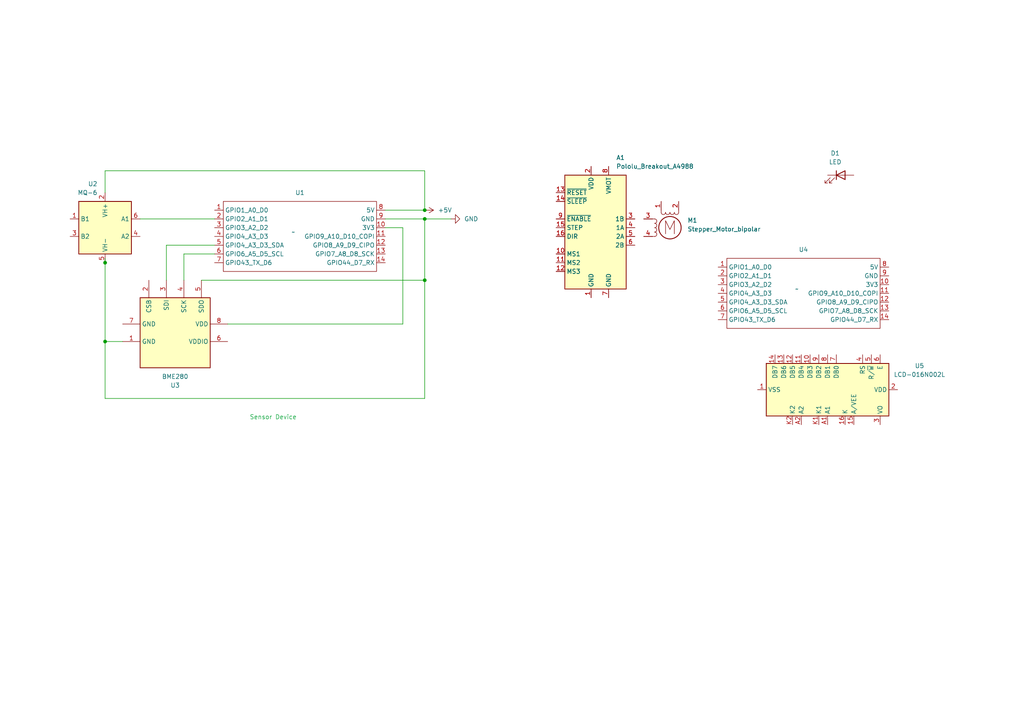
<source format=kicad_sch>
(kicad_sch (version 20230121) (generator eeschema)
  (paper "A4")
  (lib_symbols
    (symbol "Device:LED" (pin_numbers hide) (pin_names (offset 1.016) hide)
      (property "Reference" "D" (at 0 2.54 0))
      (property "Value" "LED" (at 0 -2.54 0))
      (symbol "LED_0_1"
        (polyline (pts (xy -1.27 -1.27) (xy -1.27 1.27)) (stroke (width 0.254)))
        (polyline (pts (xy -1.27 0) (xy 1.27 0)))
        (polyline (pts (xy 1.27 -1.27) (xy 1.27 1.27) (xy -1.27 0) (xy 1.27 -1.27)) (stroke (width 0.254)))
        (polyline (pts (xy -3.048 -0.762) (xy -4.572 -2.286) (xy -3.81 -2.286) (xy -4.572 -2.286) (xy -4.572 -1.524)))
        (polyline (pts (xy -1.778 -0.762) (xy -3.302 -2.286) (xy -2.54 -2.286) (xy -3.302 -2.286) (xy -3.302 -1.524)))
      )
      (symbol "LED_1_1"
        (pin passive line (at -3.81 0 0) (length 2.54) (name "K") (number "1"))
        (pin passive line (at 3.81 0 180) (length 2.54) (name "A") (number "2"))
      )
    )
    (symbol "Display_Character:LCD-016N002L"
      (property "Reference" "U" (at -6.35 18.796 0))
      (property "Value" "LCD-016N002L" (at 8.636 18.796 0))
      (symbol "LCD-016N002L_1_1"
        (rectangle (start -7.62 17.78) (end 7.62 -17.78) (stroke (width 0.254)) (fill (type background)))
        (pin power_in line (at 0 -20.32 90) (length 2.54) (name "VSS") (number "1"))
        (pin bidirectional line (at -10.16 -5.08 0) (length 2.54) (name "DB3") (number "10"))
        (pin bidirectional line (at -10.16 -7.62 0) (length 2.54) (name "DB4") (number "11"))
        (pin bidirectional line (at -10.16 -10.16 0) (length 2.54) (name "DB5") (number "12"))
        (pin bidirectional line (at -10.16 -12.7 0) (length 2.54) (name "DB6") (number "13"))
        (pin bidirectional line (at -10.16 -15.24 0) (length 2.54) (name "DB7") (number "14"))
        (pin power_in line (at 10.16 7.62 180) (length 2.54) (name "A/VEE") (number "15"))
        (pin power_in line (at 10.16 5.08 180) (length 2.54) (name "K") (number "16"))
        (pin power_in line (at 0 20.32 270) (length 2.54) (name "VDD") (number "2"))
        (pin input line (at 10.16 15.24 180) (length 2.54) (name "VO") (number "3"))
        (pin input line (at -10.16 10.16 0) (length 2.54) (name "RS") (number "4"))
        (pin input line (at -10.16 12.7 0) (length 2.54) (name "R/~{W}") (number "5"))
        (pin input line (at -10.16 15.24 0) (length 2.54) (name "E") (number "6"))
        (pin bidirectional line (at -10.16 2.54 0) (length 2.54) (name "DB0") (number "7"))
        (pin bidirectional line (at -10.16 0 0) (length 2.54) (name "DB1") (number "8"))
        (pin bidirectional line (at -10.16 -2.54 0) (length 2.54) (name "DB2") (number "9"))
        (pin power_in line (at 10.16 0 180) (length 2.54) (name "A1") (number "A1"))
        (pin power_in line (at 10.16 -7.62 180) (length 2.54) (name "A2") (number "A2"))
        (pin power_in line (at 10.16 -2.54 180) (length 2.54) (name "K1") (number "K1"))
        (pin power_in line (at 10.16 -10.16 180) (length 2.54) (name "K2") (number "K2"))
      )
    )
    (symbol "Driver_Motor:Pololu_Breakout_A4988"
      (property "Reference" "A" (at -2.54 19.05 0))
      (property "Value" "Pololu_Breakout_A4988" (at -2.54 16.51 0))
      (symbol "Pololu_Breakout_A4988_0_1"
        (rectangle (start 10.16 -17.78) (end -7.62 15.24) (stroke (width 0.254)) (fill (type background)))
      )
      (symbol "Pololu_Breakout_A4988_1_1"
        (pin power_in line (at 0 -20.32 90) (length 2.54) (name "GND") (number "1"))
        (pin input line (at -10.16 -7.62 0) (length 2.54) (name "MS1") (number "10"))
        (pin input line (at -10.16 -10.16 0) (length 2.54) (name "MS2") (number "11"))
        (pin input line (at -10.16 -12.7 0) (length 2.54) (name "MS3") (number "12"))
        (pin input line (at -10.16 10.16 0) (length 2.54) (name "~{RESET}") (number "13"))
        (pin input line (at -10.16 7.62 0) (length 2.54) (name "~{SLEEP}") (number "14"))
        (pin input line (at -10.16 0 0) (length 2.54) (name "STEP") (number "15"))
        (pin input line (at -10.16 -2.54 0) (length 2.54) (name "DIR") (number "16"))
        (pin power_in line (at 0 17.78 270) (length 2.54) (name "VDD") (number "2"))
        (pin output line (at 12.7 2.54 180) (length 2.54) (name "1B") (number "3"))
        (pin output line (at 12.7 0 180) (length 2.54) (name "1A") (number "4"))
        (pin output line (at 12.7 -2.54 180) (length 2.54) (name "2A") (number "5"))
        (pin output line (at 12.7 -5.08 180) (length 2.54) (name "2B") (number "6"))
        (pin power_in line (at 5.08 -20.32 90) (length 2.54) (name "GND") (number "7"))
        (pin power_in line (at 5.08 17.78 270) (length 2.54) (name "VMOT") (number "8"))
        (pin input line (at -10.16 2.54 0) (length 2.54) (name "~{ENABLE}") (number "9"))
      )
    )
    (symbol "MCU_XIAO_ESP32:XIAO_ESP32_SENSE"
      (property "Reference" "U" (at 0 0 0))
      (symbol "XIAO_ESP32_SENSE_0_1"
        (polyline (pts (xy -20.32 8.89) (xy -20.32 -11.43) (xy 24.13 -11.43) (xy 24.13 8.89) (xy -20.32 8.89)))
      )
      (symbol "XIAO_ESP32_SENSE_1_1"
        (pin bidirectional line (at -22.86 6.35 0) (length 2.54) (name "GPIO1_A0_D0") (number "1"))
        (pin bidirectional line (at 26.67 1.27 180) (length 2.54) (name "3V3") (number "10"))
        (pin bidirectional line (at 26.67 -1.27 180) (length 2.54) (name "GPIO9_A10_D10_COPI") (number "11"))
        (pin bidirectional line (at 26.67 -3.81 180) (length 2.54) (name "GPIO8_A9_D9_CIPO") (number "12"))
        (pin bidirectional line (at 26.67 -6.35 180) (length 2.54) (name "GPIO7_A8_D8_SCK") (number "13"))
        (pin bidirectional line (at 26.67 -8.89 180) (length 2.54) (name "GPIO44_D7_RX") (number "14"))
        (pin bidirectional line (at -22.86 3.81 0) (length 2.54) (name "GPIO2_A1_D1") (number "2"))
        (pin bidirectional line (at -22.86 1.27 0) (length 2.54) (name "GPIO3_A2_D2") (number "3"))
        (pin bidirectional line (at -22.86 -1.27 0) (length 2.54) (name "GPIO4_A3_D3") (number "4"))
        (pin bidirectional line (at -22.86 -3.81 0) (length 2.54) (name "GPIO4_A3_D3_SDA") (number "5"))
        (pin bidirectional line (at -22.86 -6.35 0) (length 2.54) (name "GPIO6_A5_D5_SCL") (number "6"))
        (pin bidirectional line (at -22.86 -8.89 0) (length 2.54) (name "GPIO43_TX_D6") (number "7"))
        (pin bidirectional line (at 26.67 6.35 180) (length 2.54) (name "5V") (number "8"))
        (pin bidirectional line (at 26.67 3.81 180) (length 2.54) (name "GND") (number "9"))
      )
    )
    (symbol "Motor:Stepper_Motor_bipolar" (pin_names (offset 0) hide)
      (property "Reference" "M" (at 3.81 2.54 0))
      (property "Value" "Stepper_Motor_bipolar" (at 3.81 1.27 0))
      (symbol "Stepper_Motor_bipolar_0_0"
        (polyline (pts (xy -1.27 -1.778) (xy -1.27 2.032) (xy 0 -0.508) (xy 1.27 2.032) (xy 1.27 -1.778)))
      )
      (symbol "Stepper_Motor_bipolar_0_1"
        (arc (start -4.445 -2.54) (mid -3.8127 -1.905) (end -4.445 -1.27))
        (arc (start -4.445 -1.27) (mid -3.8127 -0.635) (end -4.445 0))
        (arc (start -4.445 0) (mid -3.8127 0.635) (end -4.445 1.27))
        (arc (start -4.445 1.27) (mid -3.8127 1.905) (end -4.445 2.54))
        (arc (start -2.54 4.445) (mid -1.905 3.8127) (end -1.27 4.445))
        (arc (start -1.27 4.445) (mid -0.635 3.8127) (end 0 4.445))
        (polyline (pts (xy -5.08 -2.54) (xy -4.445 -2.54)))
        (polyline (pts (xy -5.08 2.54) (xy -4.445 2.54)))
        (polyline (pts (xy -2.54 5.08) (xy -2.54 4.445)))
        (polyline (pts (xy 2.54 5.08) (xy 2.54 4.445)))
        (circle (center 0 0) (radius 3.2512) (stroke (width 0.254)))
        (arc (start 0 4.445) (mid 0.635 3.8127) (end 1.27 4.445))
        (arc (start 1.27 4.445) (mid 1.905 3.8127) (end 2.54 4.445))
      )
      (symbol "Stepper_Motor_bipolar_1_1"
        (pin passive line (at -2.54 7.62 270) (length 2.54) (name "~") (number "1"))
        (pin passive line (at 2.54 7.62 270) (length 2.54) (name "-") (number "2"))
        (pin passive line (at -7.62 2.54 0) (length 2.54) (name "~") (number "3"))
        (pin passive line (at -7.62 -2.54 0) (length 2.54) (name "~") (number "4"))
      )
    )
    (symbol "Sensor:BME280"
      (property "Reference" "U" (at -8.89 11.43 0))
      (property "Value" "BME280" (at 7.62 11.43 0))
      (symbol "BME280_0_1"
        (rectangle (start -10.16 10.16) (end 10.16 -10.16) (stroke (width 0.254)) (fill (type background)))
      )
      (symbol "BME280_1_1"
        (pin power_in line (at -2.54 -15.24 90) (length 5.08) (name "GND") (number "1"))
        (pin input line (at 15.24 -7.62 180) (length 5.08) (name "CSB") (number "2"))
        (pin bidirectional line (at 15.24 -2.54 180) (length 5.08) (name "SDI") (number "3"))
        (pin input line (at 15.24 2.54 180) (length 5.08) (name "SCK") (number "4"))
        (pin bidirectional line (at 15.24 7.62 180) (length 5.08) (name "SDO") (number "5"))
        (pin power_in line (at -2.54 15.24 270) (length 5.08) (name "VDDIO") (number "6"))
        (pin power_in line (at 2.54 -15.24 90) (length 5.08) (name "GND") (number "7"))
        (pin power_in line (at 2.54 15.24 270) (length 5.08) (name "VDD") (number "8"))
      )
    )
    (symbol "Sensor_Gas:MQ-6"
      (property "Reference" "U" (at -6.35 8.89 0))
      (property "Value" "MQ-6" (at 3.81 8.89 0))
      (symbol "MQ-6_0_1"
        (rectangle (start -7.62 7.62) (end 7.62 -7.62) (stroke (width 0.254)) (fill (type background)))
      )
      (symbol "MQ-6_1_1"
        (pin passive line (at 10.16 2.54 180) (length 2.54) (name "B1") (number "1"))
        (pin power_in line (at 0 10.16 270) (length 2.54) (name "VH+") (number "2"))
        (pin passive line (at 10.16 -2.54 180) (length 2.54) (name "B2") (number "3"))
        (pin passive line (at -10.16 -2.54 0) (length 2.54) (name "A2") (number "4"))
        (pin power_in line (at 0 -10.16 90) (length 2.54) (name "VH-") (number "5"))
        (pin passive line (at -10.16 2.54 0) (length 2.54) (name "A1") (number "6"))
      )
    )
    (symbol "power:+5V" (power) (pin_names (offset 0))
      (property "Value" "+5V" (at 0 3.556 0))
      (symbol "+5V_0_1"
        (polyline (pts (xy -0.762 1.27) (xy 0 2.54)))
        (polyline (pts (xy 0 0) (xy 0 2.54)))
        (polyline (pts (xy 0 2.54) (xy 0.762 1.27)))
      )
      (symbol "+5V_1_1"
        (pin power_in line (at 0 0 90) (length 0) hide (name "+5V") (number "1"))
      )
    )
    (symbol "power:GND" (power) (pin_names (offset 0))
      (property "Value" "GND" (at 0 -3.81 0))
      (symbol "GND_0_1"
        (polyline (pts (xy 0 0) (xy 0 -1.27) (xy 1.27 -1.27) (xy 0 -2.54) (xy -1.27 -1.27) (xy 0 -1.27)))
      )
      (symbol "GND_1_1"
        (pin power_in line (at 0 0 270) (length 0) hide (name "GND") (number "1"))
      )
    )
  )
  (junction (at 30.48 76.2))
  (junction (at 123.19 60.96))
  (junction (at 30.48 99.06))
  (junction (at 123.19 81.28))
  (junction (at 123.19 63.5))
  (wire (pts (xy 30.48 99.06) (xy 30.48 115.57)))
  (wire (pts (xy 30.48 99.06) (xy 35.56 99.06)))
  (wire (pts (xy 123.19 63.5) (xy 130.81 63.5)))
  (wire (pts (xy 40.64 63.5) (xy 62.23 63.5)))
  (wire (pts (xy 58.42 81.28) (xy 123.19 81.28)))
  (wire (pts (xy 111.76 63.5) (xy 123.19 63.5)))
  (wire (pts (xy 30.48 55.88) (xy 30.48 49.53)))
  (wire (pts (xy 48.26 71.12) (xy 62.23 71.12)))
  (wire (pts (xy 53.34 73.66) (xy 53.34 81.28)))
  (wire (pts (xy 48.26 81.28) (xy 48.26 71.12)))
  (wire (pts (xy 111.76 60.96) (xy 123.19 60.96)))
  (wire (pts (xy 123.19 81.28) (xy 123.19 115.57)))
  (wire (pts (xy 66.04 93.98) (xy 116.84 93.98)))
  (wire (pts (xy 30.48 74.93) (xy 30.48 76.2)))
  (wire (pts (xy 30.48 115.57) (xy 123.19 115.57)))
  (wire (pts (xy 123.19 49.53) (xy 123.19 60.96)))
  (wire (pts (xy 116.84 66.04) (xy 116.84 93.98)))
  (wire (pts (xy 30.48 49.53) (xy 123.19 49.53)))
  (wire (pts (xy 30.48 76.2) (xy 30.48 99.06)))
  (wire (pts (xy 53.34 73.66) (xy 62.23 73.66)))
  (wire (pts (xy 116.84 66.04) (xy 111.76 66.04)))
  (wire (pts (xy 123.19 81.28) (xy 123.19 63.5)))
  (text "Sensor Device" (at 72.39 121.92 0) (effects (font (size 1.27 1.27)) (justify left bottom)))
  (symbol (lib_id "power:GND") (at 130.81 63.5 90) (unit 1)
    (property "Reference" "#PWR02" (effects hide))
    (property "Value" "GND" (at 134.62 63.5 90) (effects (justify right)))
  )
  (symbol (lib_id "Motor:Stepper_Motor_bipolar") (at 194.31 66.04 0) (unit 1)
    (property "Reference" "M1" (at 199.39 63.9191 0) (effects (justify left)))
    (property "Value" "Stepper_Motor_bipolar" (at 199.39 66.4591 0) (effects (justify left)))
    (property "Datasheet" "http://www.infineon.com/dgdl/Application-Note-TLE8110EE_driving_UniPolarStepperMotor_V1.1.pdf?fileId=db3a30431be39b97011be5d0aa0a00b0" (effects hide))
  )
  (symbol (lib_id "MCU_XIAO_ESP32:XIAO_ESP32_SENSE") (at 85.09 67.31 0) (unit 1)
    (property "Reference" "U1" (at 86.995 55.88 0))
    (property "Value" "~" (at 85.09 67.31 0))
  )
  (symbol (lib_id "Sensor_Gas:MQ-6") (at 30.48 66.04 0) (mirror y) (unit 1)
    (property "Reference" "U2" (at 28.2859 53.34 0) (effects (justify left)))
    (property "Value" "MQ-6" (at 28.2859 55.88 0) (effects (justify left)))
    (property "Footprint" "Sensor:MQ-6" (effects hide))
    (property "Datasheet" "https://www.winsen-sensor.com/d/files/semiconductor/mq-6.pdf" (effects hide))
  )
  (symbol (lib_id "Driver_Motor:Pololu_Breakout_A4988") (at 171.45 66.04 0) (unit 1)
    (property "Reference" "A1" (at 178.7241 45.72 0) (effects (justify left)))
    (property "Value" "Pololu_Breakout_A4988" (at 178.7241 48.26 0) (effects (justify left)))
    (property "Footprint" "Module:Pololu_Breakout-16_15.2x20.3mm" (effects hide))
    (property "Datasheet" "https://www.pololu.com/product/2980/pictures" (effects hide))
  )
  (symbol (lib_id "Display_Character:LCD-016N002L") (at 240.03 113.03 270) (unit 1)
    (property "Reference" "U5" (at 266.7 106.1019 90))
    (property "Value" "LCD-016N002L" (at 266.7 108.6419 90))
    (property "Footprint" "Display:LCD-016N002L" (effects hide))
    (property "Datasheet" "http://www.vishay.com/docs/37299/37299.pdf" (effects hide))
  )
  (symbol (lib_id "Device:LED") (at 243.84 50.8 0) (unit 1)
    (property "Reference" "D1" (at 242.2525 44.45 0))
    (property "Value" "LED" (at 242.2525 46.99 0))
  )
  (symbol (lib_id "power:+5V") (at 123.19 60.96 270) (mirror x) (unit 1)
    (property "Reference" "#PWR01" (effects hide))
    (property "Value" "+5V" (at 127 60.96 90) (effects (justify left)))
  )
  (symbol (lib_id "MCU_XIAO_ESP32:XIAO_ESP32_SENSE") (at 231.14 83.82 0) (unit 1)
    (property "Reference" "U4" (at 233.045 72.39 0))
    (property "Value" "~" (at 231.14 83.82 0))
  )
  (symbol (lib_id "Sensor:BME280") (at 50.8 96.52 270) (mirror x) (unit 1)
    (property "Reference" "U3" (at 50.8 111.76 90))
    (property "Value" "BME280" (at 50.8 109.22 90))
    (property "Footprint" "Package_LGA:Bosch_LGA-8_2.5x2.5mm_P0.65mm_ClockwisePinNumbering" (effects hide))
    (property "Datasheet" "https://www.bosch-sensortec.com/media/boschsensortec/downloads/datasheets/bst-bme280-ds002.pdf" (effects hide))
  )
)
</source>
